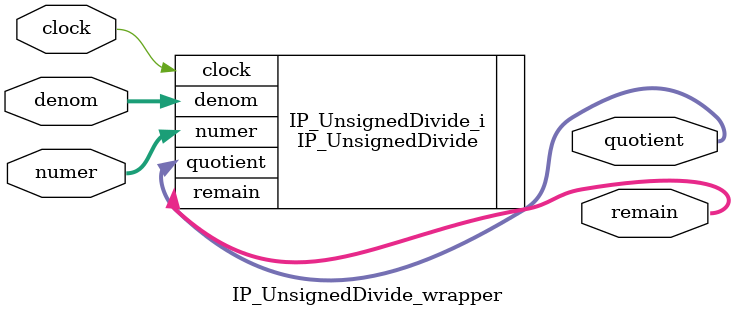
<source format=v>
`timescale 1 ps / 1 ps

module IP_UnsignedDivide_wrapper
   (clock,
    denom,
    numer,
    quotient,
    remain);
  input clock;
  input [31:0]denom;
  input [31:0]numer;
  output [31:0]quotient;
  output [31:0]remain;

  wire clock;
  wire [31:0]denom;
  wire [31:0]numer;
  wire [31:0]quotient;
  wire [31:0]remain;

  IP_UnsignedDivide IP_UnsignedDivide_i
       (.clock(clock),
        .denom(denom),
        .numer(numer),
        .quotient(quotient),
        .remain(remain));
endmodule

</source>
